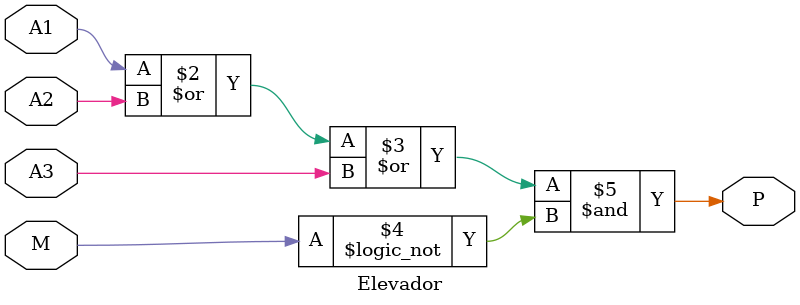
<source format=sv>
/**
Lucas Leones Costa Dos Santos - 121110281
Problema 01 - Elevador
*/

module Elevador(
	input logic A1, A2, A3, M,
  	output logic P
);
  always_comb P = (A1 | A2 | A3) & !M;
endmodule
</source>
